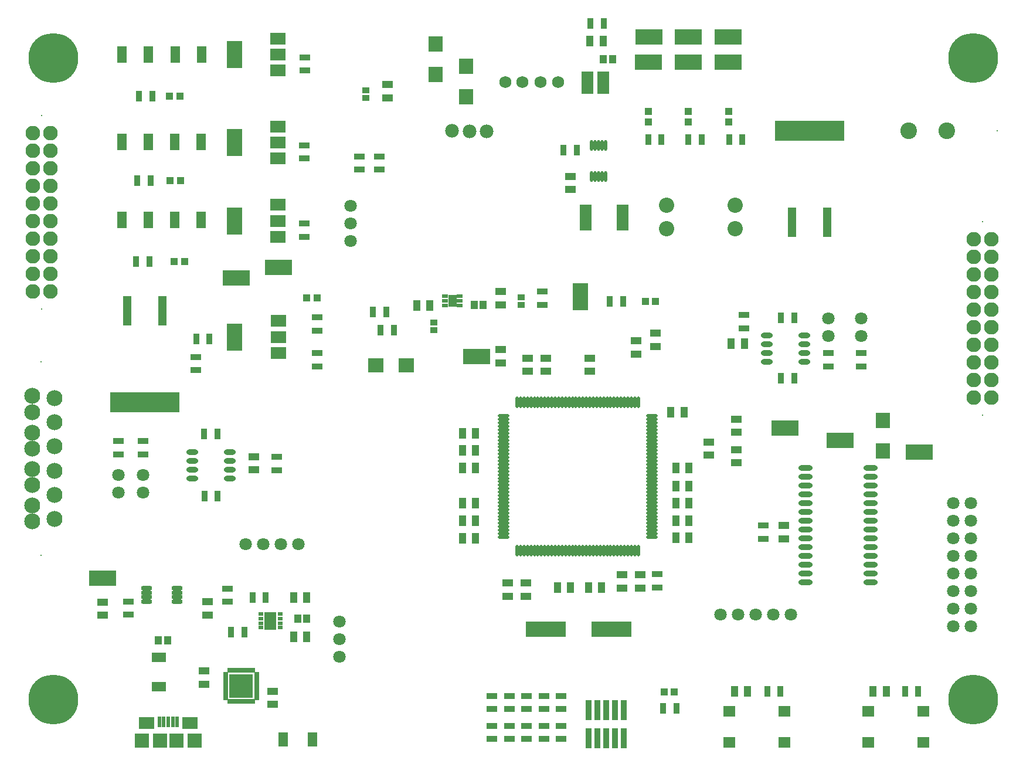
<source format=gts>
G04 Layer_Color=8388736*
%FSLAX44Y44*%
%MOMM*%
G71*
G01*
G75*
%ADD77R,1.5032X1.1032*%
%ADD78R,0.9032X1.5032*%
%ADD79R,1.1032X1.5032*%
%ADD80R,1.6932X2.6032*%
%ADD81R,0.8032X0.5032*%
%ADD82R,1.5032X0.9032*%
%ADD83R,0.6032X1.5532*%
%ADD84R,2.3032X1.8032*%
%ADD85R,2.0032X2.1032*%
%ADD86R,2.1032X2.1032*%
%ADD87R,1.2032X1.8032*%
%ADD88R,0.9032X0.5032*%
%ADD89R,0.9652X2.9972*%
%ADD90O,0.5032X1.6532*%
%ADD91O,1.6532X0.5032*%
%ADD92R,5.8032X2.3032*%
%ADD93R,1.4732X2.3532*%
%ADD94R,3.9032X2.2032*%
%ADD95R,1.0032X1.0032*%
%ADD96R,1.8032X3.7032*%
%ADD97R,1.2532X4.3532*%
%ADD98R,10.0032X2.9032*%
%ADD99O,1.7032X0.8032*%
%ADD100R,1.7232X3.2532*%
%ADD101O,0.5032X1.5532*%
%ADD102R,1.0032X1.0032*%
%ADD103R,1.0032X0.8532*%
%ADD104R,2.2032X3.9032*%
%ADD105R,2.2032X1.7032*%
%ADD106R,2.2032X4.0032*%
%ADD107R,1.4732X2.0232*%
%ADD108R,0.7032X0.5032*%
%ADD109R,0.5032X0.7032*%
%ADD110R,3.4032X3.4032*%
%ADD111R,0.6032X1.5582*%
%ADD112R,1.7532X1.5032*%
%ADD113R,2.0232X1.4732*%
%ADD114R,1.1032X1.2032*%
%ADD115O,2.0532X0.8032*%
%ADD116O,1.6032X0.7032*%
%ADD117R,2.0032X2.3032*%
%ADD118R,2.3032X2.0032*%
%ADD119C,1.8032*%
%ADD120C,1.7272*%
%ADD121C,1.9812*%
%ADD122C,2.4032*%
%ADD123C,0.2032*%
%ADD124C,2.1032*%
%ADD125C,7.2032*%
%ADD126C,2.3032*%
%ADD127C,2.2032*%
D77*
X664000Y1259500D02*
D03*
Y1240500D02*
D03*
X1403000Y1479500D02*
D03*
Y1498500D02*
D03*
X994000Y1817500D02*
D03*
Y1836500D02*
D03*
X1030000Y1415500D02*
D03*
Y1396500D02*
D03*
X1059000Y1721500D02*
D03*
Y1740500D02*
D03*
X1122000Y1721500D02*
D03*
Y1740500D02*
D03*
X1195000Y1427500D02*
D03*
Y1408500D02*
D03*
X1169000Y1427500D02*
D03*
Y1408500D02*
D03*
X1004000Y1415500D02*
D03*
Y1396500D02*
D03*
X1033000Y1721500D02*
D03*
Y1740500D02*
D03*
X637600Y1579100D02*
D03*
Y1598100D02*
D03*
X1094000Y2003000D02*
D03*
Y1984000D02*
D03*
X418600Y1388100D02*
D03*
Y1369100D02*
D03*
X570000Y1388500D02*
D03*
Y1369500D02*
D03*
X830000Y2116500D02*
D03*
Y2135500D02*
D03*
X1334000Y1608500D02*
D03*
Y1589500D02*
D03*
X1294000Y1619500D02*
D03*
Y1600500D02*
D03*
X1334000Y1633500D02*
D03*
Y1652500D02*
D03*
X565000Y1288500D02*
D03*
Y1269500D02*
D03*
X1189000Y1746500D02*
D03*
Y1765500D02*
D03*
X1217000Y1757500D02*
D03*
Y1776500D02*
D03*
X994000Y1752500D02*
D03*
Y1733500D02*
D03*
D78*
X565600Y1630600D02*
D03*
X584600D02*
D03*
X635500Y1395000D02*
D03*
X654500D02*
D03*
X623500Y1345000D02*
D03*
X604500D02*
D03*
X1417500Y1799000D02*
D03*
X1398500D02*
D03*
X1342500Y2056000D02*
D03*
X1323500D02*
D03*
X1284000Y2056000D02*
D03*
X1265000D02*
D03*
X1226000Y2056000D02*
D03*
X1207000D02*
D03*
X566100Y1541600D02*
D03*
X585100D02*
D03*
X471600Y2118600D02*
D03*
X490600D02*
D03*
X469100Y1996600D02*
D03*
X488100D02*
D03*
X467100Y1879600D02*
D03*
X486100D02*
D03*
X554100Y1768400D02*
D03*
X573100D02*
D03*
X1084500Y2041000D02*
D03*
X1103500D02*
D03*
X1417500Y1711000D02*
D03*
X1398500D02*
D03*
X1142500Y2224000D02*
D03*
X1123500D02*
D03*
X1170500Y1822000D02*
D03*
X1151500D02*
D03*
X820500Y1781000D02*
D03*
X839500D02*
D03*
X809500Y1807000D02*
D03*
X828500D02*
D03*
X1577500Y1259000D02*
D03*
X1596500D02*
D03*
X1228500Y1235000D02*
D03*
X1247500D02*
D03*
X1378500Y1259000D02*
D03*
X1397500D02*
D03*
D79*
X713500Y1395000D02*
D03*
X694500D02*
D03*
X891500Y1816000D02*
D03*
X872500D02*
D03*
X1246500Y1582000D02*
D03*
X1265500D02*
D03*
X1246500Y1531000D02*
D03*
X1265500D02*
D03*
X957500Y1480000D02*
D03*
X938500D02*
D03*
X957500Y1506000D02*
D03*
X938500D02*
D03*
X957500Y1582000D02*
D03*
X938500D02*
D03*
X957500Y1632000D02*
D03*
X938500D02*
D03*
X1246500Y1556000D02*
D03*
X1265500D02*
D03*
X1246500Y1506000D02*
D03*
X1265500D02*
D03*
X957500Y1531000D02*
D03*
X938500D02*
D03*
X957500Y1607000D02*
D03*
X938500D02*
D03*
X1246500Y1481000D02*
D03*
X1265500D02*
D03*
X1239500Y1662000D02*
D03*
X1258500D02*
D03*
X1075500Y1409000D02*
D03*
X1094500D02*
D03*
X1139500Y1409000D02*
D03*
X1120500D02*
D03*
X1141500Y2198000D02*
D03*
X1122500D02*
D03*
X1345500Y1761000D02*
D03*
X1326500D02*
D03*
X1350500Y1259000D02*
D03*
X1331500D02*
D03*
X1550500D02*
D03*
X1531500D02*
D03*
X694500Y1338000D02*
D03*
X713500D02*
D03*
D80*
X661000Y1361000D02*
D03*
D81*
X675000Y1351250D02*
D03*
Y1357750D02*
D03*
Y1364250D02*
D03*
Y1370750D02*
D03*
X647000Y1351250D02*
D03*
Y1357750D02*
D03*
Y1364250D02*
D03*
Y1370750D02*
D03*
D82*
X1373000Y1498500D02*
D03*
Y1479500D02*
D03*
X1054000Y1817500D02*
D03*
Y1836500D02*
D03*
X981000Y1252500D02*
D03*
Y1233500D02*
D03*
X1031000Y1252500D02*
D03*
Y1233500D02*
D03*
X1006000Y1233500D02*
D03*
Y1252500D02*
D03*
X1031000Y1209500D02*
D03*
Y1190500D02*
D03*
X981000Y1209500D02*
D03*
Y1190500D02*
D03*
X1006000Y1209500D02*
D03*
Y1190500D02*
D03*
X1056000Y1252500D02*
D03*
Y1233500D02*
D03*
X1081000Y1252500D02*
D03*
Y1233500D02*
D03*
Y1209500D02*
D03*
Y1190500D02*
D03*
X1056000Y1209500D02*
D03*
Y1190500D02*
D03*
X1220000Y1428500D02*
D03*
Y1409500D02*
D03*
X442000Y1601500D02*
D03*
Y1620500D02*
D03*
X477600Y1601600D02*
D03*
Y1620600D02*
D03*
X670600Y1597600D02*
D03*
Y1578600D02*
D03*
X709600Y1915600D02*
D03*
Y1934600D02*
D03*
Y2028600D02*
D03*
Y2047600D02*
D03*
X710600Y2155600D02*
D03*
Y2174600D02*
D03*
X553600Y1722900D02*
D03*
Y1741900D02*
D03*
X728600Y1747600D02*
D03*
Y1728600D02*
D03*
X728600Y1780100D02*
D03*
Y1799100D02*
D03*
X455600Y1389100D02*
D03*
Y1370100D02*
D03*
X599000Y1407500D02*
D03*
Y1388500D02*
D03*
X818000Y2012500D02*
D03*
Y2031500D02*
D03*
X790000Y2012500D02*
D03*
Y2031500D02*
D03*
X1345000Y1802500D02*
D03*
Y1783500D02*
D03*
X1514000Y1747500D02*
D03*
Y1728500D02*
D03*
X1467000Y1747500D02*
D03*
Y1728500D02*
D03*
D83*
X500500Y1215000D02*
D03*
X526500D02*
D03*
X520000D02*
D03*
X513500D02*
D03*
D84*
X482500Y1213750D02*
D03*
X544500Y1213750D02*
D03*
D85*
X475500Y1188250D02*
D03*
X551500Y1188250D02*
D03*
D86*
X501500Y1188250D02*
D03*
X525500D02*
D03*
D87*
X924000Y1823000D02*
D03*
D88*
X913500Y1816500D02*
D03*
Y1823000D02*
D03*
Y1829500D02*
D03*
X934500D02*
D03*
Y1823000D02*
D03*
Y1816500D02*
D03*
D89*
X1171400Y1232000D02*
D03*
X1158700D02*
D03*
X1146000D02*
D03*
X1133300D02*
D03*
X1120600D02*
D03*
Y1191400D02*
D03*
X1133300D02*
D03*
X1146000D02*
D03*
X1158700D02*
D03*
X1171400D02*
D03*
D90*
X1017400Y1462200D02*
D03*
X1022400D02*
D03*
X1027400D02*
D03*
X1032400D02*
D03*
X1037400D02*
D03*
X1042400D02*
D03*
X1047400D02*
D03*
X1052400D02*
D03*
X1057400D02*
D03*
X1062400D02*
D03*
X1067400D02*
D03*
X1072400D02*
D03*
X1077400D02*
D03*
X1082400D02*
D03*
X1087400D02*
D03*
X1092400D02*
D03*
X1097400D02*
D03*
X1102400D02*
D03*
X1107400D02*
D03*
X1112400D02*
D03*
X1117400D02*
D03*
X1122400D02*
D03*
X1127400D02*
D03*
X1132400D02*
D03*
X1137400D02*
D03*
X1142400D02*
D03*
X1147400D02*
D03*
X1152400D02*
D03*
X1157400D02*
D03*
X1162400D02*
D03*
X1167400D02*
D03*
X1172400D02*
D03*
X1177400D02*
D03*
X1182400D02*
D03*
X1187400D02*
D03*
X1192400D02*
D03*
Y1676700D02*
D03*
X1187400D02*
D03*
X1182400D02*
D03*
X1177400D02*
D03*
X1172400D02*
D03*
X1167400D02*
D03*
X1162400D02*
D03*
X1157400D02*
D03*
X1152400D02*
D03*
X1147400D02*
D03*
X1142400D02*
D03*
X1137400D02*
D03*
X1132400D02*
D03*
X1127400D02*
D03*
X1122400D02*
D03*
X1117400D02*
D03*
X1112400D02*
D03*
X1107400D02*
D03*
X1102400D02*
D03*
X1097400D02*
D03*
X1092400D02*
D03*
X1087400D02*
D03*
X1082400D02*
D03*
X1077400D02*
D03*
X1072400D02*
D03*
X1067400D02*
D03*
X1062400D02*
D03*
X1057400D02*
D03*
X1052400D02*
D03*
X1047400D02*
D03*
X1042400D02*
D03*
X1037400D02*
D03*
X1032400D02*
D03*
X1027400D02*
D03*
X1022400D02*
D03*
X1017400D02*
D03*
D91*
X1212150Y1481950D02*
D03*
Y1486950D02*
D03*
Y1491950D02*
D03*
Y1496950D02*
D03*
Y1501950D02*
D03*
Y1506950D02*
D03*
Y1511950D02*
D03*
Y1516950D02*
D03*
Y1521950D02*
D03*
Y1526950D02*
D03*
Y1531950D02*
D03*
Y1536950D02*
D03*
Y1541950D02*
D03*
Y1546950D02*
D03*
Y1551950D02*
D03*
Y1556950D02*
D03*
Y1561950D02*
D03*
Y1566950D02*
D03*
Y1571950D02*
D03*
Y1576950D02*
D03*
Y1581950D02*
D03*
Y1586950D02*
D03*
Y1591950D02*
D03*
Y1596950D02*
D03*
Y1601950D02*
D03*
Y1606950D02*
D03*
Y1611950D02*
D03*
Y1616950D02*
D03*
Y1621950D02*
D03*
Y1626950D02*
D03*
Y1631950D02*
D03*
Y1636950D02*
D03*
Y1641950D02*
D03*
Y1646950D02*
D03*
Y1651950D02*
D03*
Y1656950D02*
D03*
X997650D02*
D03*
Y1651950D02*
D03*
Y1646950D02*
D03*
Y1641950D02*
D03*
Y1636950D02*
D03*
Y1631950D02*
D03*
Y1626950D02*
D03*
Y1621950D02*
D03*
Y1616950D02*
D03*
Y1611950D02*
D03*
Y1606950D02*
D03*
Y1601950D02*
D03*
Y1596950D02*
D03*
Y1591950D02*
D03*
Y1586950D02*
D03*
Y1581950D02*
D03*
Y1576950D02*
D03*
Y1571950D02*
D03*
Y1566950D02*
D03*
Y1561950D02*
D03*
Y1556950D02*
D03*
Y1551950D02*
D03*
Y1546950D02*
D03*
Y1541950D02*
D03*
Y1536950D02*
D03*
Y1531950D02*
D03*
Y1526950D02*
D03*
Y1521950D02*
D03*
Y1516950D02*
D03*
Y1511950D02*
D03*
Y1506950D02*
D03*
Y1501950D02*
D03*
Y1496950D02*
D03*
Y1491950D02*
D03*
Y1486950D02*
D03*
Y1481950D02*
D03*
D92*
X1153500Y1349000D02*
D03*
X1058500D02*
D03*
D93*
X447000Y1940000D02*
D03*
X485000D02*
D03*
X561000Y1940000D02*
D03*
X523000D02*
D03*
X447000Y2179000D02*
D03*
X485000D02*
D03*
X447000Y2053000D02*
D03*
X485000D02*
D03*
X561000D02*
D03*
X523000D02*
D03*
X562000Y2179000D02*
D03*
X524000D02*
D03*
D94*
X1598000Y1605000D02*
D03*
X1484000Y1622000D02*
D03*
X1207000Y2168000D02*
D03*
X1322000D02*
D03*
X1265000Y2204000D02*
D03*
X419000Y1423000D02*
D03*
X959000Y1743000D02*
D03*
X612000Y1856000D02*
D03*
X673000Y1871000D02*
D03*
X1322000Y2204000D02*
D03*
X1208000D02*
D03*
X1404000Y1639000D02*
D03*
X1265000Y2168000D02*
D03*
D95*
X713500Y1827000D02*
D03*
X728500D02*
D03*
X515600Y2118600D02*
D03*
X530600D02*
D03*
X516100Y1996600D02*
D03*
X531100D02*
D03*
X522100Y1879600D02*
D03*
X537100D02*
D03*
X1202500Y1822000D02*
D03*
X1217500D02*
D03*
X1229500Y1258000D02*
D03*
X1244500D02*
D03*
D96*
X1116000Y1943000D02*
D03*
X1170000D02*
D03*
D97*
X505000Y1808900D02*
D03*
X454200D02*
D03*
X1414600Y1936500D02*
D03*
X1465400D02*
D03*
D98*
X479600Y1676400D02*
D03*
X1440000Y2069000D02*
D03*
D99*
X548600Y1604650D02*
D03*
Y1591950D02*
D03*
Y1579250D02*
D03*
Y1566550D02*
D03*
X602600Y1604650D02*
D03*
Y1591950D02*
D03*
Y1579250D02*
D03*
Y1566550D02*
D03*
X1378000Y1773050D02*
D03*
Y1760350D02*
D03*
Y1747650D02*
D03*
Y1734950D02*
D03*
X1432000Y1773050D02*
D03*
Y1760350D02*
D03*
Y1747650D02*
D03*
Y1734950D02*
D03*
D100*
X1119100Y2138000D02*
D03*
X1142000D02*
D03*
D101*
X1145000Y2047250D02*
D03*
X1140000D02*
D03*
X1135000D02*
D03*
X1130000D02*
D03*
X1125000D02*
D03*
X1145000Y2002750D02*
D03*
X1140000D02*
D03*
X1135000D02*
D03*
X1130000D02*
D03*
X1125000D02*
D03*
D102*
X1207000Y2081500D02*
D03*
Y2096500D02*
D03*
X1265000Y2081500D02*
D03*
Y2096500D02*
D03*
X1323000Y2081500D02*
D03*
Y2096500D02*
D03*
D103*
X799000Y2127500D02*
D03*
Y2116500D02*
D03*
X1023000Y1817500D02*
D03*
Y1828500D02*
D03*
X897000Y1791500D02*
D03*
Y1780500D02*
D03*
D104*
X1109000Y1829000D02*
D03*
D105*
X672100Y2155600D02*
D03*
Y2178600D02*
D03*
Y2201600D02*
D03*
Y2028600D02*
D03*
Y2051600D02*
D03*
Y2074600D02*
D03*
Y1915600D02*
D03*
Y1938600D02*
D03*
Y1961600D02*
D03*
X672500Y1748000D02*
D03*
Y1771000D02*
D03*
Y1794000D02*
D03*
D106*
X609100Y2178600D02*
D03*
Y2051600D02*
D03*
Y1938600D02*
D03*
X609500Y1771000D02*
D03*
D107*
X679800Y1190000D02*
D03*
X722200D02*
D03*
D108*
X596500Y1284500D02*
D03*
Y1279500D02*
D03*
Y1274500D02*
D03*
Y1269500D02*
D03*
Y1264500D02*
D03*
Y1259500D02*
D03*
Y1254500D02*
D03*
Y1249500D02*
D03*
X641500D02*
D03*
Y1254500D02*
D03*
Y1259500D02*
D03*
Y1264500D02*
D03*
Y1269500D02*
D03*
Y1274500D02*
D03*
Y1279500D02*
D03*
Y1284500D02*
D03*
D109*
X601500Y1244500D02*
D03*
X606500D02*
D03*
X611500D02*
D03*
X616500D02*
D03*
X621500D02*
D03*
X626500D02*
D03*
X631500D02*
D03*
X636500D02*
D03*
Y1289500D02*
D03*
X631500D02*
D03*
X626500D02*
D03*
X621500D02*
D03*
X616500D02*
D03*
X611500D02*
D03*
X606500D02*
D03*
X601500D02*
D03*
D110*
X619000Y1267000D02*
D03*
D111*
X507000Y1215000D02*
D03*
D112*
X1324250Y1230500D02*
D03*
X1403750D02*
D03*
X1324250Y1185500D02*
D03*
X1403750D02*
D03*
X1524250Y1230500D02*
D03*
X1603750D02*
D03*
X1524250Y1185500D02*
D03*
X1603750D02*
D03*
D113*
X500000Y1266000D02*
D03*
Y1308400D02*
D03*
D114*
X955500Y1817000D02*
D03*
X968500D02*
D03*
X499500Y1333000D02*
D03*
X512500D02*
D03*
X700500Y1364250D02*
D03*
X713500D02*
D03*
X1142000Y2172000D02*
D03*
X1155000D02*
D03*
D115*
X1527750Y1416450D02*
D03*
Y1429150D02*
D03*
Y1441850D02*
D03*
Y1454550D02*
D03*
Y1467250D02*
D03*
Y1479950D02*
D03*
Y1492650D02*
D03*
Y1505350D02*
D03*
Y1518050D02*
D03*
Y1530750D02*
D03*
Y1543450D02*
D03*
Y1556150D02*
D03*
Y1568850D02*
D03*
Y1581550D02*
D03*
X1434250Y1416450D02*
D03*
Y1429150D02*
D03*
Y1441850D02*
D03*
Y1454550D02*
D03*
Y1467250D02*
D03*
Y1479950D02*
D03*
Y1492650D02*
D03*
Y1505350D02*
D03*
Y1518050D02*
D03*
Y1530750D02*
D03*
Y1543450D02*
D03*
Y1556150D02*
D03*
Y1568850D02*
D03*
Y1581550D02*
D03*
D116*
X526600Y1388850D02*
D03*
Y1395350D02*
D03*
Y1401850D02*
D03*
Y1408350D02*
D03*
X482600Y1388850D02*
D03*
Y1395350D02*
D03*
Y1401850D02*
D03*
Y1408350D02*
D03*
D117*
X1546000Y1650000D02*
D03*
Y1606000D02*
D03*
X944000Y2162000D02*
D03*
Y2118000D02*
D03*
X900000Y2150000D02*
D03*
Y2194000D02*
D03*
D118*
X813000Y1730000D02*
D03*
X857000D02*
D03*
D119*
X442000Y1572000D02*
D03*
Y1546600D02*
D03*
X477600Y1572000D02*
D03*
Y1546600D02*
D03*
X1467000Y1798000D02*
D03*
Y1772600D02*
D03*
X1514000Y1798000D02*
D03*
Y1772600D02*
D03*
X761000Y1309000D02*
D03*
Y1334400D02*
D03*
Y1359800D02*
D03*
X701400Y1472000D02*
D03*
X676000D02*
D03*
X650600D02*
D03*
X625200D02*
D03*
X1336600Y1370000D02*
D03*
X1362000D02*
D03*
X1311200D02*
D03*
X1387400D02*
D03*
X1412800D02*
D03*
X777000Y1909200D02*
D03*
Y1934600D02*
D03*
Y1960000D02*
D03*
X1672400Y1530800D02*
D03*
Y1505400D02*
D03*
Y1429200D02*
D03*
Y1480000D02*
D03*
Y1454600D02*
D03*
Y1403800D02*
D03*
Y1378400D02*
D03*
Y1353000D02*
D03*
X1647000D02*
D03*
Y1378400D02*
D03*
Y1403800D02*
D03*
Y1454600D02*
D03*
Y1480000D02*
D03*
Y1429200D02*
D03*
Y1505400D02*
D03*
Y1530800D02*
D03*
D120*
X1000249Y2138999D02*
D03*
X1025250Y2139250D02*
D03*
X1051000Y2139000D02*
D03*
X1076500D02*
D03*
D121*
X923250Y2068500D02*
D03*
X949000Y2068000D02*
D03*
X973500Y2067750D02*
D03*
D122*
X1583000Y2069000D02*
D03*
X1638000D02*
D03*
D123*
X1711000D02*
D03*
X1689700Y1937700D02*
D03*
Y1658300D02*
D03*
X330700Y1811400D02*
D03*
Y2090800D02*
D03*
X330000Y1455600D02*
D03*
Y1735000D02*
D03*
D124*
X1677000Y1912300D02*
D03*
X1702400D02*
D03*
Y1886900D02*
D03*
X1677000D02*
D03*
Y1861500D02*
D03*
X1702400D02*
D03*
Y1836100D02*
D03*
X1677000D02*
D03*
Y1810700D02*
D03*
X1702400D02*
D03*
Y1785300D02*
D03*
X1677000D02*
D03*
Y1759900D02*
D03*
X1702400D02*
D03*
Y1734500D02*
D03*
X1677000D02*
D03*
Y1709100D02*
D03*
X1702400D02*
D03*
Y1683700D02*
D03*
X1677000D02*
D03*
X343400Y1836800D02*
D03*
X318000D02*
D03*
Y1862200D02*
D03*
X343400D02*
D03*
Y1887600D02*
D03*
X318000D02*
D03*
Y1913000D02*
D03*
X343400D02*
D03*
Y1938400D02*
D03*
X318000D02*
D03*
Y1963800D02*
D03*
X343400D02*
D03*
Y1989200D02*
D03*
X318000D02*
D03*
Y2014600D02*
D03*
X343400D02*
D03*
Y2040000D02*
D03*
X318000D02*
D03*
Y2065400D02*
D03*
X343400D02*
D03*
D125*
X348000Y2174000D02*
D03*
X1676000D02*
D03*
Y1247000D02*
D03*
X348000D02*
D03*
D126*
X317300Y1610050D02*
D03*
X349300Y1682800D02*
D03*
X349300Y1647800D02*
D03*
Y1507800D02*
D03*
Y1612800D02*
D03*
Y1577800D02*
D03*
Y1542800D02*
D03*
X317300Y1633050D02*
D03*
Y1685550D02*
D03*
Y1662550D02*
D03*
Y1528050D02*
D03*
Y1505050D02*
D03*
Y1557550D02*
D03*
Y1580550D02*
D03*
D127*
X1233000Y1961000D02*
D03*
Y1927000D02*
D03*
X1332200Y1961000D02*
D03*
Y1927000D02*
D03*
M02*

</source>
